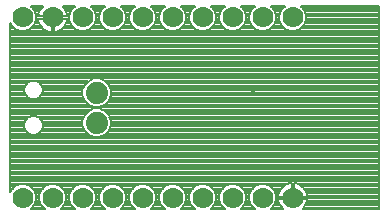
<source format=gbl>
G75*
%MOIN*%
%OFA0B0*%
%FSLAX25Y25*%
%IPPOS*%
%LPD*%
%AMOC8*
5,1,8,0,0,1.08239X$1,22.5*
%
%ADD10C,0.07000*%
%ADD11C,0.07400*%
%ADD12C,0.00800*%
%ADD13C,0.01800*%
D10*
X0011800Y0023933D03*
X0021800Y0023933D03*
X0031800Y0023933D03*
X0041800Y0023933D03*
X0051800Y0023933D03*
X0061800Y0023933D03*
X0071800Y0023933D03*
X0081800Y0023933D03*
X0091800Y0023933D03*
X0101800Y0023933D03*
X0101800Y0084033D03*
X0091800Y0084033D03*
X0081800Y0084033D03*
X0071800Y0084033D03*
X0061800Y0084033D03*
X0051800Y0084033D03*
X0041800Y0084033D03*
X0031800Y0084033D03*
X0021800Y0084033D03*
X0011800Y0084033D03*
D11*
X0036400Y0058983D03*
X0036400Y0048983D03*
D12*
X0015615Y0021384D02*
X0014514Y0020283D01*
X0019086Y0020283D01*
X0017985Y0021384D01*
X0017300Y0023038D01*
X0017300Y0024828D01*
X0017985Y0026482D01*
X0019251Y0027748D01*
X0020905Y0028433D01*
X0022695Y0028433D01*
X0024349Y0027748D01*
X0025615Y0026482D01*
X0026300Y0024828D01*
X0026300Y0023038D01*
X0025615Y0021384D01*
X0024514Y0020283D01*
X0029086Y0020283D01*
X0027985Y0021384D01*
X0027300Y0023038D01*
X0027300Y0024828D01*
X0027985Y0026482D01*
X0029251Y0027748D01*
X0030905Y0028433D01*
X0032695Y0028433D01*
X0034349Y0027748D01*
X0035615Y0026482D01*
X0036300Y0024828D01*
X0036300Y0023038D01*
X0035615Y0021384D01*
X0034514Y0020283D01*
X0039086Y0020283D01*
X0037985Y0021384D01*
X0037300Y0023038D01*
X0037300Y0024828D01*
X0037985Y0026482D01*
X0039251Y0027748D01*
X0040905Y0028433D01*
X0042695Y0028433D01*
X0044349Y0027748D01*
X0045615Y0026482D01*
X0046300Y0024828D01*
X0046300Y0023038D01*
X0045615Y0021384D01*
X0044514Y0020283D01*
X0049086Y0020283D01*
X0047985Y0021384D01*
X0047300Y0023038D01*
X0047300Y0024828D01*
X0047985Y0026482D01*
X0049251Y0027748D01*
X0050905Y0028433D01*
X0052695Y0028433D01*
X0054349Y0027748D01*
X0055615Y0026482D01*
X0056300Y0024828D01*
X0056300Y0023038D01*
X0055615Y0021384D01*
X0054514Y0020283D01*
X0059086Y0020283D01*
X0057985Y0021384D01*
X0057300Y0023038D01*
X0057300Y0024828D01*
X0057985Y0026482D01*
X0059251Y0027748D01*
X0060905Y0028433D01*
X0062695Y0028433D01*
X0064349Y0027748D01*
X0065615Y0026482D01*
X0066300Y0024828D01*
X0066300Y0023038D01*
X0065615Y0021384D01*
X0064514Y0020283D01*
X0069086Y0020283D01*
X0067985Y0021384D01*
X0067300Y0023038D01*
X0067300Y0024828D01*
X0067985Y0026482D01*
X0069251Y0027748D01*
X0070905Y0028433D01*
X0072695Y0028433D01*
X0074349Y0027748D01*
X0075615Y0026482D01*
X0076300Y0024828D01*
X0076300Y0023038D01*
X0075615Y0021384D01*
X0074514Y0020283D01*
X0079086Y0020283D01*
X0077985Y0021384D01*
X0077300Y0023038D01*
X0077300Y0024828D01*
X0077985Y0026482D01*
X0079251Y0027748D01*
X0080905Y0028433D01*
X0082695Y0028433D01*
X0084349Y0027748D01*
X0085615Y0026482D01*
X0086300Y0024828D01*
X0086300Y0023038D01*
X0085615Y0021384D01*
X0084514Y0020283D01*
X0089086Y0020283D01*
X0087985Y0021384D01*
X0087300Y0023038D01*
X0087300Y0024828D01*
X0087985Y0026482D01*
X0089251Y0027748D01*
X0090905Y0028433D01*
X0092695Y0028433D01*
X0094349Y0027748D01*
X0095615Y0026482D01*
X0096300Y0024828D01*
X0096300Y0023038D01*
X0095615Y0021384D01*
X0094514Y0020283D01*
X0098520Y0020283D01*
X0098062Y0020741D01*
X0097609Y0021365D01*
X0097259Y0022052D01*
X0097021Y0022786D01*
X0096902Y0023533D01*
X0101400Y0023533D01*
X0101400Y0024333D01*
X0096902Y0024333D01*
X0097021Y0025080D01*
X0097259Y0025814D01*
X0097609Y0026501D01*
X0098062Y0027125D01*
X0098608Y0027671D01*
X0099232Y0028124D01*
X0099919Y0028474D01*
X0100653Y0028712D01*
X0101400Y0028831D01*
X0101400Y0024333D01*
X0102200Y0024333D01*
X0106698Y0024333D01*
X0106579Y0025080D01*
X0106341Y0025814D01*
X0105991Y0026501D01*
X0105537Y0027125D01*
X0104992Y0027671D01*
X0104368Y0028124D01*
X0103681Y0028474D01*
X0102947Y0028712D01*
X0102200Y0028831D01*
X0102200Y0024333D01*
X0102200Y0023533D01*
X0106698Y0023533D01*
X0106579Y0022786D01*
X0106341Y0022052D01*
X0105991Y0021365D01*
X0105537Y0020741D01*
X0105080Y0020283D01*
X0130500Y0020283D01*
X0130500Y0087683D01*
X0104514Y0087683D01*
X0105615Y0086582D01*
X0106300Y0084928D01*
X0106300Y0083138D01*
X0105615Y0081484D01*
X0104349Y0080218D01*
X0102695Y0079533D01*
X0100905Y0079533D01*
X0099251Y0080218D01*
X0097985Y0081484D01*
X0097300Y0083138D01*
X0097300Y0084928D01*
X0097985Y0086582D01*
X0099086Y0087683D01*
X0094514Y0087683D01*
X0095615Y0086582D01*
X0096300Y0084928D01*
X0096300Y0083138D01*
X0095615Y0081484D01*
X0094349Y0080218D01*
X0092695Y0079533D01*
X0090905Y0079533D01*
X0089251Y0080218D01*
X0087985Y0081484D01*
X0087300Y0083138D01*
X0087300Y0084928D01*
X0087985Y0086582D01*
X0089086Y0087683D01*
X0084514Y0087683D01*
X0085615Y0086582D01*
X0086300Y0084928D01*
X0086300Y0083138D01*
X0085615Y0081484D01*
X0084349Y0080218D01*
X0082695Y0079533D01*
X0080905Y0079533D01*
X0079251Y0080218D01*
X0077985Y0081484D01*
X0077300Y0083138D01*
X0077300Y0084928D01*
X0077985Y0086582D01*
X0079086Y0087683D01*
X0074514Y0087683D01*
X0075615Y0086582D01*
X0076300Y0084928D01*
X0076300Y0083138D01*
X0075615Y0081484D01*
X0074349Y0080218D01*
X0072695Y0079533D01*
X0070905Y0079533D01*
X0069251Y0080218D01*
X0067985Y0081484D01*
X0067300Y0083138D01*
X0067300Y0084928D01*
X0067985Y0086582D01*
X0069086Y0087683D01*
X0064514Y0087683D01*
X0065615Y0086582D01*
X0066300Y0084928D01*
X0066300Y0083138D01*
X0065615Y0081484D01*
X0064349Y0080218D01*
X0062695Y0079533D01*
X0060905Y0079533D01*
X0059251Y0080218D01*
X0057985Y0081484D01*
X0057300Y0083138D01*
X0057300Y0084928D01*
X0057985Y0086582D01*
X0059086Y0087683D01*
X0054514Y0087683D01*
X0055615Y0086582D01*
X0056300Y0084928D01*
X0056300Y0083138D01*
X0055615Y0081484D01*
X0054349Y0080218D01*
X0052695Y0079533D01*
X0050905Y0079533D01*
X0049251Y0080218D01*
X0047985Y0081484D01*
X0047300Y0083138D01*
X0047300Y0084928D01*
X0047985Y0086582D01*
X0049086Y0087683D01*
X0044514Y0087683D01*
X0045615Y0086582D01*
X0046300Y0084928D01*
X0046300Y0083138D01*
X0045615Y0081484D01*
X0044349Y0080218D01*
X0042695Y0079533D01*
X0040905Y0079533D01*
X0039251Y0080218D01*
X0037985Y0081484D01*
X0037300Y0083138D01*
X0037300Y0084928D01*
X0037985Y0086582D01*
X0039086Y0087683D01*
X0034514Y0087683D01*
X0035615Y0086582D01*
X0036300Y0084928D01*
X0036300Y0083138D01*
X0035615Y0081484D01*
X0034349Y0080218D01*
X0032695Y0079533D01*
X0030905Y0079533D01*
X0029251Y0080218D01*
X0027985Y0081484D01*
X0027300Y0083138D01*
X0027300Y0084928D01*
X0027985Y0086582D01*
X0029086Y0087683D01*
X0025080Y0087683D01*
X0025537Y0087225D01*
X0025991Y0086601D01*
X0026341Y0085914D01*
X0026579Y0085180D01*
X0026698Y0084433D01*
X0022200Y0084433D01*
X0022200Y0083633D01*
X0022200Y0079135D01*
X0022947Y0079254D01*
X0023681Y0079492D01*
X0024368Y0079842D01*
X0024992Y0080296D01*
X0025537Y0080841D01*
X0025991Y0081465D01*
X0026341Y0082152D01*
X0026579Y0082886D01*
X0026698Y0083633D01*
X0022200Y0083633D01*
X0021400Y0083633D01*
X0021400Y0079135D01*
X0020653Y0079254D01*
X0019919Y0079492D01*
X0019232Y0079842D01*
X0018608Y0080296D01*
X0018062Y0080841D01*
X0017609Y0081465D01*
X0017259Y0082152D01*
X0017021Y0082886D01*
X0016902Y0083633D01*
X0021400Y0083633D01*
X0021400Y0084433D01*
X0016902Y0084433D01*
X0017021Y0085180D01*
X0017259Y0085914D01*
X0017609Y0086601D01*
X0018062Y0087225D01*
X0018520Y0087683D01*
X0014514Y0087683D01*
X0015615Y0086582D01*
X0016300Y0084928D01*
X0016300Y0083138D01*
X0015615Y0081484D01*
X0014349Y0080218D01*
X0012695Y0079533D01*
X0010905Y0079533D01*
X0009251Y0080218D01*
X0007985Y0081484D01*
X0007700Y0082172D01*
X0007700Y0025794D01*
X0007985Y0026482D01*
X0009251Y0027748D01*
X0010905Y0028433D01*
X0012695Y0028433D01*
X0014349Y0027748D01*
X0015615Y0026482D01*
X0016300Y0024828D01*
X0016300Y0023038D01*
X0015615Y0021384D01*
X0015609Y0021379D02*
X0017990Y0021379D01*
X0017657Y0022177D02*
X0015943Y0022177D01*
X0016274Y0022976D02*
X0017326Y0022976D01*
X0017300Y0023774D02*
X0016300Y0023774D01*
X0016300Y0024573D02*
X0017300Y0024573D01*
X0017525Y0025371D02*
X0016075Y0025371D01*
X0015744Y0026170D02*
X0017856Y0026170D01*
X0018471Y0026968D02*
X0015129Y0026968D01*
X0014304Y0027767D02*
X0019296Y0027767D01*
X0024304Y0027767D02*
X0029296Y0027767D01*
X0028471Y0026968D02*
X0025129Y0026968D01*
X0025744Y0026170D02*
X0027856Y0026170D01*
X0027525Y0025371D02*
X0026075Y0025371D01*
X0026300Y0024573D02*
X0027300Y0024573D01*
X0027300Y0023774D02*
X0026300Y0023774D01*
X0026274Y0022976D02*
X0027326Y0022976D01*
X0027657Y0022177D02*
X0025943Y0022177D01*
X0025609Y0021379D02*
X0027990Y0021379D01*
X0028789Y0020580D02*
X0024811Y0020580D01*
X0018789Y0020580D02*
X0014811Y0020580D01*
X0007856Y0026170D02*
X0007700Y0026170D01*
X0007700Y0026968D02*
X0008471Y0026968D01*
X0007700Y0027767D02*
X0009296Y0027767D01*
X0007700Y0028565D02*
X0100200Y0028565D01*
X0101400Y0028565D02*
X0102200Y0028565D01*
X0102200Y0027767D02*
X0101400Y0027767D01*
X0101400Y0026968D02*
X0102200Y0026968D01*
X0102200Y0026170D02*
X0101400Y0026170D01*
X0101400Y0025371D02*
X0102200Y0025371D01*
X0102200Y0024573D02*
X0101400Y0024573D01*
X0101400Y0023774D02*
X0096300Y0023774D01*
X0096300Y0024573D02*
X0096940Y0024573D01*
X0097115Y0025371D02*
X0096075Y0025371D01*
X0095744Y0026170D02*
X0097440Y0026170D01*
X0097948Y0026968D02*
X0095129Y0026968D01*
X0094304Y0027767D02*
X0098740Y0027767D01*
X0103400Y0028565D02*
X0130500Y0028565D01*
X0130500Y0027767D02*
X0104860Y0027767D01*
X0105652Y0026968D02*
X0130500Y0026968D01*
X0130500Y0026170D02*
X0106160Y0026170D01*
X0106485Y0025371D02*
X0130500Y0025371D01*
X0130500Y0024573D02*
X0106660Y0024573D01*
X0106609Y0022976D02*
X0130500Y0022976D01*
X0130500Y0023774D02*
X0102200Y0023774D01*
X0097602Y0021379D02*
X0095609Y0021379D01*
X0095943Y0022177D02*
X0097218Y0022177D01*
X0096991Y0022976D02*
X0096274Y0022976D01*
X0094811Y0020580D02*
X0098223Y0020580D01*
X0105377Y0020580D02*
X0130500Y0020580D01*
X0130500Y0021379D02*
X0105998Y0021379D01*
X0106382Y0022177D02*
X0130500Y0022177D01*
X0130500Y0029364D02*
X0007700Y0029364D01*
X0007700Y0030162D02*
X0130500Y0030162D01*
X0130500Y0030961D02*
X0007700Y0030961D01*
X0007700Y0031759D02*
X0130500Y0031759D01*
X0130500Y0032558D02*
X0007700Y0032558D01*
X0007700Y0033356D02*
X0130500Y0033356D01*
X0130500Y0034155D02*
X0007700Y0034155D01*
X0007700Y0034953D02*
X0130500Y0034953D01*
X0130500Y0035752D02*
X0007700Y0035752D01*
X0007700Y0036550D02*
X0130500Y0036550D01*
X0130500Y0037349D02*
X0007700Y0037349D01*
X0007700Y0038147D02*
X0130500Y0038147D01*
X0130500Y0038946D02*
X0007700Y0038946D01*
X0007700Y0039744D02*
X0130500Y0039744D01*
X0130500Y0040543D02*
X0007700Y0040543D01*
X0007700Y0041341D02*
X0130500Y0041341D01*
X0130500Y0042140D02*
X0007700Y0042140D01*
X0007700Y0042938D02*
X0130500Y0042938D01*
X0130500Y0043737D02*
X0007700Y0043737D01*
X0007700Y0044535D02*
X0034856Y0044535D01*
X0035465Y0044283D02*
X0033738Y0044999D01*
X0032416Y0046321D01*
X0031700Y0048048D01*
X0031700Y0049918D01*
X0032416Y0051645D01*
X0033738Y0052968D01*
X0035465Y0053683D01*
X0037335Y0053683D01*
X0039062Y0052968D01*
X0040384Y0051645D01*
X0041100Y0049918D01*
X0041100Y0048048D01*
X0040384Y0046321D01*
X0039062Y0044999D01*
X0037335Y0044283D01*
X0035465Y0044283D01*
X0037944Y0044535D02*
X0130500Y0044535D01*
X0130500Y0045334D02*
X0039398Y0045334D01*
X0040196Y0046132D02*
X0130500Y0046132D01*
X0130500Y0046931D02*
X0040637Y0046931D01*
X0040968Y0047729D02*
X0130500Y0047729D01*
X0130500Y0048528D02*
X0041100Y0048528D01*
X0041100Y0049327D02*
X0130500Y0049327D01*
X0130500Y0050125D02*
X0041014Y0050125D01*
X0040683Y0050924D02*
X0130500Y0050924D01*
X0130500Y0051722D02*
X0040308Y0051722D01*
X0039509Y0052521D02*
X0130500Y0052521D01*
X0130500Y0053319D02*
X0038214Y0053319D01*
X0037335Y0054283D02*
X0035465Y0054283D01*
X0033738Y0054999D01*
X0032416Y0056321D01*
X0031700Y0058048D01*
X0031700Y0059918D01*
X0032416Y0061645D01*
X0033738Y0062968D01*
X0035465Y0063683D01*
X0037335Y0063683D01*
X0039062Y0062968D01*
X0040384Y0061645D01*
X0041100Y0059918D01*
X0041100Y0058048D01*
X0040384Y0056321D01*
X0039062Y0054999D01*
X0037335Y0054283D01*
X0038863Y0054916D02*
X0130500Y0054916D01*
X0130500Y0054118D02*
X0007700Y0054118D01*
X0007700Y0054916D02*
X0033937Y0054916D01*
X0033022Y0055715D02*
X0007700Y0055715D01*
X0007700Y0056513D02*
X0032336Y0056513D01*
X0032005Y0057312D02*
X0017167Y0057312D01*
X0017140Y0057285D02*
X0018004Y0058149D01*
X0018472Y0059278D01*
X0018472Y0060500D01*
X0018004Y0061629D01*
X0017140Y0062493D01*
X0016011Y0062960D01*
X0014789Y0062960D01*
X0013660Y0062493D01*
X0012796Y0061629D01*
X0012328Y0060500D01*
X0012328Y0059278D01*
X0012796Y0058149D01*
X0013660Y0057285D01*
X0014789Y0056817D01*
X0016011Y0056817D01*
X0017140Y0057285D01*
X0017966Y0058110D02*
X0031700Y0058110D01*
X0031700Y0058909D02*
X0018319Y0058909D01*
X0018472Y0059707D02*
X0031700Y0059707D01*
X0031943Y0060506D02*
X0018469Y0060506D01*
X0018138Y0061304D02*
X0032274Y0061304D01*
X0032873Y0062103D02*
X0017530Y0062103D01*
X0016154Y0062901D02*
X0033671Y0062901D01*
X0039129Y0062901D02*
X0130500Y0062901D01*
X0130500Y0062103D02*
X0039927Y0062103D01*
X0040526Y0061304D02*
X0130500Y0061304D01*
X0130500Y0060506D02*
X0040857Y0060506D01*
X0041100Y0059707D02*
X0130500Y0059707D01*
X0130500Y0058909D02*
X0041100Y0058909D01*
X0041100Y0058110D02*
X0130500Y0058110D01*
X0130500Y0057312D02*
X0040795Y0057312D01*
X0040464Y0056513D02*
X0130500Y0056513D01*
X0130500Y0055715D02*
X0039778Y0055715D01*
X0034586Y0053319D02*
X0007700Y0053319D01*
X0007700Y0052521D02*
X0033291Y0052521D01*
X0032492Y0051722D02*
X0007700Y0051722D01*
X0007700Y0050924D02*
X0014244Y0050924D01*
X0014789Y0051149D02*
X0013660Y0050682D01*
X0012796Y0049818D01*
X0012328Y0048689D01*
X0012328Y0047467D01*
X0012796Y0046338D01*
X0013660Y0045474D01*
X0014789Y0045006D01*
X0016011Y0045006D01*
X0017140Y0045474D01*
X0018004Y0046338D01*
X0018472Y0047467D01*
X0018472Y0048689D01*
X0018004Y0049818D01*
X0017140Y0050682D01*
X0016011Y0051149D01*
X0014789Y0051149D01*
X0016556Y0050924D02*
X0032117Y0050924D01*
X0031786Y0050125D02*
X0017697Y0050125D01*
X0018207Y0049327D02*
X0031700Y0049327D01*
X0031700Y0048528D02*
X0018472Y0048528D01*
X0018472Y0047729D02*
X0031832Y0047729D01*
X0032163Y0046931D02*
X0018250Y0046931D01*
X0017799Y0046132D02*
X0032604Y0046132D01*
X0033402Y0045334D02*
X0016803Y0045334D01*
X0013997Y0045334D02*
X0007700Y0045334D01*
X0007700Y0046132D02*
X0013001Y0046132D01*
X0012550Y0046931D02*
X0007700Y0046931D01*
X0007700Y0047729D02*
X0012328Y0047729D01*
X0012328Y0048528D02*
X0007700Y0048528D01*
X0007700Y0049327D02*
X0012593Y0049327D01*
X0013103Y0050125D02*
X0007700Y0050125D01*
X0007700Y0057312D02*
X0013633Y0057312D01*
X0012834Y0058110D02*
X0007700Y0058110D01*
X0007700Y0058909D02*
X0012481Y0058909D01*
X0012328Y0059707D02*
X0007700Y0059707D01*
X0007700Y0060506D02*
X0012331Y0060506D01*
X0012662Y0061304D02*
X0007700Y0061304D01*
X0007700Y0062103D02*
X0013270Y0062103D01*
X0014646Y0062901D02*
X0007700Y0062901D01*
X0007700Y0063700D02*
X0130500Y0063700D01*
X0130500Y0064498D02*
X0007700Y0064498D01*
X0007700Y0065297D02*
X0130500Y0065297D01*
X0130500Y0066095D02*
X0007700Y0066095D01*
X0007700Y0066894D02*
X0130500Y0066894D01*
X0130500Y0067692D02*
X0007700Y0067692D01*
X0007700Y0068491D02*
X0130500Y0068491D01*
X0130500Y0069289D02*
X0007700Y0069289D01*
X0007700Y0070088D02*
X0130500Y0070088D01*
X0130500Y0070886D02*
X0007700Y0070886D01*
X0007700Y0071685D02*
X0130500Y0071685D01*
X0130500Y0072483D02*
X0007700Y0072483D01*
X0007700Y0073282D02*
X0130500Y0073282D01*
X0130500Y0074080D02*
X0007700Y0074080D01*
X0007700Y0074879D02*
X0130500Y0074879D01*
X0130500Y0075677D02*
X0007700Y0075677D01*
X0007700Y0076476D02*
X0130500Y0076476D01*
X0130500Y0077274D02*
X0007700Y0077274D01*
X0007700Y0078073D02*
X0130500Y0078073D01*
X0130500Y0078871D02*
X0007700Y0078871D01*
X0007700Y0079670D02*
X0010574Y0079670D01*
X0009001Y0080468D02*
X0007700Y0080468D01*
X0007700Y0081267D02*
X0008202Y0081267D01*
X0007744Y0082065D02*
X0007700Y0082065D01*
X0013026Y0079670D02*
X0019570Y0079670D01*
X0018435Y0080468D02*
X0014599Y0080468D01*
X0015398Y0081267D02*
X0017753Y0081267D01*
X0017303Y0082065D02*
X0015856Y0082065D01*
X0016186Y0082864D02*
X0017028Y0082864D01*
X0016300Y0083662D02*
X0021400Y0083662D01*
X0021400Y0082864D02*
X0022200Y0082864D01*
X0022200Y0083662D02*
X0027300Y0083662D01*
X0027300Y0084461D02*
X0026693Y0084461D01*
X0026554Y0085260D02*
X0027437Y0085260D01*
X0027768Y0086058D02*
X0026268Y0086058D01*
X0025805Y0086857D02*
X0028260Y0086857D01*
X0029058Y0087655D02*
X0025108Y0087655D01*
X0018492Y0087655D02*
X0014542Y0087655D01*
X0015340Y0086857D02*
X0017795Y0086857D01*
X0017332Y0086058D02*
X0015832Y0086058D01*
X0016163Y0085260D02*
X0017046Y0085260D01*
X0016907Y0084461D02*
X0016300Y0084461D01*
X0021400Y0082065D02*
X0022200Y0082065D01*
X0022200Y0081267D02*
X0021400Y0081267D01*
X0021400Y0080468D02*
X0022200Y0080468D01*
X0022200Y0079670D02*
X0021400Y0079670D01*
X0024030Y0079670D02*
X0030574Y0079670D01*
X0029001Y0080468D02*
X0025165Y0080468D01*
X0025847Y0081267D02*
X0028202Y0081267D01*
X0027744Y0082065D02*
X0026297Y0082065D01*
X0026572Y0082864D02*
X0027413Y0082864D01*
X0033026Y0079670D02*
X0040574Y0079670D01*
X0039001Y0080468D02*
X0034599Y0080468D01*
X0035398Y0081267D02*
X0038202Y0081267D01*
X0037744Y0082065D02*
X0035856Y0082065D01*
X0036186Y0082864D02*
X0037413Y0082864D01*
X0037300Y0083662D02*
X0036300Y0083662D01*
X0036300Y0084461D02*
X0037300Y0084461D01*
X0037437Y0085260D02*
X0036163Y0085260D01*
X0035832Y0086058D02*
X0037768Y0086058D01*
X0038260Y0086857D02*
X0035340Y0086857D01*
X0034542Y0087655D02*
X0039058Y0087655D01*
X0044542Y0087655D02*
X0049058Y0087655D01*
X0048260Y0086857D02*
X0045340Y0086857D01*
X0045832Y0086058D02*
X0047768Y0086058D01*
X0047437Y0085260D02*
X0046163Y0085260D01*
X0046300Y0084461D02*
X0047300Y0084461D01*
X0047300Y0083662D02*
X0046300Y0083662D01*
X0046186Y0082864D02*
X0047413Y0082864D01*
X0047744Y0082065D02*
X0045856Y0082065D01*
X0045398Y0081267D02*
X0048202Y0081267D01*
X0049001Y0080468D02*
X0044599Y0080468D01*
X0043026Y0079670D02*
X0050574Y0079670D01*
X0053026Y0079670D02*
X0060574Y0079670D01*
X0059001Y0080468D02*
X0054599Y0080468D01*
X0055398Y0081267D02*
X0058202Y0081267D01*
X0057744Y0082065D02*
X0055856Y0082065D01*
X0056186Y0082864D02*
X0057413Y0082864D01*
X0057300Y0083662D02*
X0056300Y0083662D01*
X0056300Y0084461D02*
X0057300Y0084461D01*
X0057437Y0085260D02*
X0056163Y0085260D01*
X0055832Y0086058D02*
X0057768Y0086058D01*
X0058260Y0086857D02*
X0055340Y0086857D01*
X0054542Y0087655D02*
X0059058Y0087655D01*
X0064542Y0087655D02*
X0069058Y0087655D01*
X0068260Y0086857D02*
X0065340Y0086857D01*
X0065832Y0086058D02*
X0067768Y0086058D01*
X0067437Y0085260D02*
X0066163Y0085260D01*
X0066300Y0084461D02*
X0067300Y0084461D01*
X0067300Y0083662D02*
X0066300Y0083662D01*
X0066186Y0082864D02*
X0067413Y0082864D01*
X0067744Y0082065D02*
X0065856Y0082065D01*
X0065398Y0081267D02*
X0068202Y0081267D01*
X0069001Y0080468D02*
X0064599Y0080468D01*
X0063026Y0079670D02*
X0070574Y0079670D01*
X0073026Y0079670D02*
X0080574Y0079670D01*
X0079001Y0080468D02*
X0074599Y0080468D01*
X0075398Y0081267D02*
X0078202Y0081267D01*
X0077744Y0082065D02*
X0075856Y0082065D01*
X0076186Y0082864D02*
X0077413Y0082864D01*
X0077300Y0083662D02*
X0076300Y0083662D01*
X0076300Y0084461D02*
X0077300Y0084461D01*
X0077437Y0085260D02*
X0076163Y0085260D01*
X0075832Y0086058D02*
X0077768Y0086058D01*
X0078260Y0086857D02*
X0075340Y0086857D01*
X0074542Y0087655D02*
X0079058Y0087655D01*
X0084542Y0087655D02*
X0089058Y0087655D01*
X0088260Y0086857D02*
X0085340Y0086857D01*
X0085832Y0086058D02*
X0087768Y0086058D01*
X0087437Y0085260D02*
X0086163Y0085260D01*
X0086300Y0084461D02*
X0087300Y0084461D01*
X0087300Y0083662D02*
X0086300Y0083662D01*
X0086186Y0082864D02*
X0087413Y0082864D01*
X0087744Y0082065D02*
X0085856Y0082065D01*
X0085398Y0081267D02*
X0088202Y0081267D01*
X0089001Y0080468D02*
X0084599Y0080468D01*
X0083026Y0079670D02*
X0090574Y0079670D01*
X0093026Y0079670D02*
X0100574Y0079670D01*
X0099001Y0080468D02*
X0094599Y0080468D01*
X0095398Y0081267D02*
X0098202Y0081267D01*
X0097744Y0082065D02*
X0095856Y0082065D01*
X0096186Y0082864D02*
X0097413Y0082864D01*
X0097300Y0083662D02*
X0096300Y0083662D01*
X0096300Y0084461D02*
X0097300Y0084461D01*
X0097437Y0085260D02*
X0096163Y0085260D01*
X0095832Y0086058D02*
X0097768Y0086058D01*
X0098260Y0086857D02*
X0095340Y0086857D01*
X0094542Y0087655D02*
X0099058Y0087655D01*
X0104542Y0087655D02*
X0130500Y0087655D01*
X0130500Y0086857D02*
X0105340Y0086857D01*
X0105832Y0086058D02*
X0130500Y0086058D01*
X0130500Y0085260D02*
X0106163Y0085260D01*
X0106300Y0084461D02*
X0130500Y0084461D01*
X0130500Y0083662D02*
X0106300Y0083662D01*
X0106186Y0082864D02*
X0130500Y0082864D01*
X0130500Y0082065D02*
X0105856Y0082065D01*
X0105398Y0081267D02*
X0130500Y0081267D01*
X0130500Y0080468D02*
X0104599Y0080468D01*
X0103026Y0079670D02*
X0130500Y0079670D01*
X0089296Y0027767D02*
X0084304Y0027767D01*
X0085129Y0026968D02*
X0088471Y0026968D01*
X0087856Y0026170D02*
X0085744Y0026170D01*
X0086075Y0025371D02*
X0087525Y0025371D01*
X0087300Y0024573D02*
X0086300Y0024573D01*
X0086300Y0023774D02*
X0087300Y0023774D01*
X0087326Y0022976D02*
X0086274Y0022976D01*
X0085943Y0022177D02*
X0087657Y0022177D01*
X0087990Y0021379D02*
X0085609Y0021379D01*
X0084811Y0020580D02*
X0088789Y0020580D01*
X0078789Y0020580D02*
X0074811Y0020580D01*
X0075609Y0021379D02*
X0077990Y0021379D01*
X0077657Y0022177D02*
X0075943Y0022177D01*
X0076274Y0022976D02*
X0077326Y0022976D01*
X0077300Y0023774D02*
X0076300Y0023774D01*
X0076300Y0024573D02*
X0077300Y0024573D01*
X0077525Y0025371D02*
X0076075Y0025371D01*
X0075744Y0026170D02*
X0077856Y0026170D01*
X0078471Y0026968D02*
X0075129Y0026968D01*
X0074304Y0027767D02*
X0079296Y0027767D01*
X0069296Y0027767D02*
X0064304Y0027767D01*
X0065129Y0026968D02*
X0068471Y0026968D01*
X0067856Y0026170D02*
X0065744Y0026170D01*
X0066075Y0025371D02*
X0067525Y0025371D01*
X0067300Y0024573D02*
X0066300Y0024573D01*
X0066300Y0023774D02*
X0067300Y0023774D01*
X0067326Y0022976D02*
X0066274Y0022976D01*
X0065943Y0022177D02*
X0067657Y0022177D01*
X0067990Y0021379D02*
X0065609Y0021379D01*
X0064811Y0020580D02*
X0068789Y0020580D01*
X0058789Y0020580D02*
X0054811Y0020580D01*
X0055609Y0021379D02*
X0057990Y0021379D01*
X0057657Y0022177D02*
X0055943Y0022177D01*
X0056274Y0022976D02*
X0057326Y0022976D01*
X0057300Y0023774D02*
X0056300Y0023774D01*
X0056300Y0024573D02*
X0057300Y0024573D01*
X0057525Y0025371D02*
X0056075Y0025371D01*
X0055744Y0026170D02*
X0057856Y0026170D01*
X0058471Y0026968D02*
X0055129Y0026968D01*
X0054304Y0027767D02*
X0059296Y0027767D01*
X0049296Y0027767D02*
X0044304Y0027767D01*
X0045129Y0026968D02*
X0048471Y0026968D01*
X0047856Y0026170D02*
X0045744Y0026170D01*
X0046075Y0025371D02*
X0047525Y0025371D01*
X0047300Y0024573D02*
X0046300Y0024573D01*
X0046300Y0023774D02*
X0047300Y0023774D01*
X0047326Y0022976D02*
X0046274Y0022976D01*
X0045943Y0022177D02*
X0047657Y0022177D01*
X0047990Y0021379D02*
X0045609Y0021379D01*
X0044811Y0020580D02*
X0048789Y0020580D01*
X0038789Y0020580D02*
X0034811Y0020580D01*
X0035609Y0021379D02*
X0037990Y0021379D01*
X0037657Y0022177D02*
X0035943Y0022177D01*
X0036274Y0022976D02*
X0037326Y0022976D01*
X0037300Y0023774D02*
X0036300Y0023774D01*
X0036300Y0024573D02*
X0037300Y0024573D01*
X0037525Y0025371D02*
X0036075Y0025371D01*
X0035744Y0026170D02*
X0037856Y0026170D01*
X0038471Y0026968D02*
X0035129Y0026968D01*
X0034304Y0027767D02*
X0039296Y0027767D01*
D13*
X0088500Y0059983D03*
M02*

</source>
